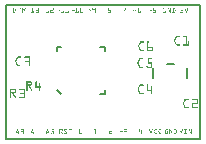
<source format=gto>
G04 MADE WITH FRITZING*
G04 WWW.FRITZING.ORG*
G04 DOUBLE SIDED*
G04 HOLES PLATED*
G04 CONTOUR ON CENTER OF CONTOUR VECTOR*
%ASAXBY*%
%FSLAX23Y23*%
%MOIN*%
%OFA0B0*%
%SFA1.0B1.0*%
%ADD10R,0.653543X0.456693X0.637543X0.440693*%
%ADD11C,0.008000*%
%ADD12R,0.001000X0.001000*%
%LNSILK1*%
G90*
G70*
G54D11*
X4Y453D02*
X650Y453D01*
X650Y4D01*
X4Y4D01*
X4Y453D01*
D02*
X332Y298D02*
X332Y312D01*
D02*
X318Y312D02*
X332Y312D01*
D02*
X332Y168D02*
X332Y155D01*
D02*
X332Y155D02*
X318Y155D01*
D02*
X188Y312D02*
X174Y312D01*
D02*
X174Y312D02*
X174Y298D01*
D02*
X174Y168D02*
X188Y155D01*
D02*
X607Y241D02*
X607Y207D01*
D02*
X495Y207D02*
X495Y241D01*
D02*
X541Y256D02*
X562Y256D01*
G54D12*
X26Y443D02*
X32Y443D01*
X42Y443D02*
X52Y443D01*
X58Y443D02*
X67Y443D01*
X87Y443D02*
X92Y443D01*
X103Y443D02*
X112Y443D01*
X136Y443D02*
X141Y443D01*
X152Y443D02*
X161Y443D01*
X186Y443D02*
X191Y443D01*
X202Y443D02*
X207Y443D01*
X236Y443D02*
X240Y443D01*
X253Y443D02*
X259Y443D01*
X293Y443D02*
X302Y443D01*
X347Y443D02*
X350Y443D01*
X393Y443D02*
X403Y443D01*
X444Y443D02*
X445Y443D01*
X495Y443D02*
X502Y443D01*
X532Y443D02*
X536Y443D01*
X543Y443D02*
X545Y443D01*
X552Y443D02*
X552Y443D01*
X559Y443D02*
X564Y443D01*
X586Y443D02*
X594Y443D01*
X600Y443D02*
X601Y443D01*
X609Y443D02*
X610Y443D01*
X27Y442D02*
X33Y442D01*
X42Y442D02*
X52Y442D01*
X58Y442D02*
X68Y442D01*
X86Y442D02*
X92Y442D01*
X103Y442D02*
X112Y442D01*
X136Y442D02*
X141Y442D01*
X152Y442D02*
X162Y442D01*
X186Y442D02*
X191Y442D01*
X202Y442D02*
X207Y442D01*
X235Y442D02*
X241Y442D01*
X252Y442D02*
X261Y442D01*
X292Y442D02*
X302Y442D01*
X346Y442D02*
X351Y442D01*
X393Y442D02*
X403Y442D01*
X443Y442D02*
X446Y442D01*
X495Y442D02*
X503Y442D01*
X530Y442D02*
X536Y442D01*
X543Y442D02*
X545Y442D01*
X551Y442D02*
X553Y442D01*
X559Y442D02*
X566Y442D01*
X586Y442D02*
X594Y442D01*
X600Y442D02*
X601Y442D01*
X609Y442D02*
X610Y442D01*
X28Y441D02*
X30Y441D01*
X32Y441D02*
X34Y441D01*
X42Y441D02*
X44Y441D01*
X47Y441D02*
X48Y441D01*
X51Y441D02*
X52Y441D01*
X58Y441D02*
X60Y441D01*
X67Y441D02*
X69Y441D01*
X90Y441D02*
X92Y441D01*
X111Y441D02*
X113Y441D01*
X140Y441D02*
X141Y441D01*
X160Y441D02*
X162Y441D01*
X190Y441D02*
X191Y441D01*
X206Y441D02*
X207Y441D01*
X236Y441D02*
X241Y441D01*
X251Y441D02*
X261Y441D01*
X292Y441D02*
X294Y441D01*
X301Y441D02*
X302Y441D01*
X345Y441D02*
X351Y441D01*
X393Y441D02*
X394Y441D01*
X401Y441D02*
X403Y441D01*
X443Y441D02*
X445Y441D01*
X495Y441D02*
X496Y441D01*
X530Y441D02*
X532Y441D01*
X543Y441D02*
X546Y441D01*
X551Y441D02*
X553Y441D01*
X561Y441D02*
X566Y441D01*
X586Y441D02*
X587Y441D01*
X600Y441D02*
X601Y441D01*
X609Y441D02*
X610Y441D01*
X28Y440D02*
X30Y440D01*
X33Y440D02*
X34Y440D01*
X43Y440D02*
X43Y440D01*
X47Y440D02*
X48Y440D01*
X52Y440D02*
X52Y440D01*
X58Y440D02*
X60Y440D01*
X67Y440D02*
X69Y440D01*
X91Y440D02*
X92Y440D01*
X111Y440D02*
X113Y440D01*
X140Y440D02*
X141Y440D01*
X161Y440D02*
X162Y440D01*
X190Y440D02*
X191Y440D01*
X206Y440D02*
X207Y440D01*
X239Y440D02*
X241Y440D01*
X251Y440D02*
X252Y440D01*
X260Y440D02*
X261Y440D01*
X292Y440D02*
X293Y440D01*
X301Y440D02*
X302Y440D01*
X345Y440D02*
X347Y440D01*
X350Y440D02*
X351Y440D01*
X402Y440D02*
X403Y440D01*
X443Y440D02*
X445Y440D01*
X495Y440D02*
X496Y440D01*
X529Y440D02*
X531Y440D01*
X543Y440D02*
X546Y440D01*
X551Y440D02*
X553Y440D01*
X561Y440D02*
X562Y440D01*
X565Y440D02*
X567Y440D01*
X586Y440D02*
X587Y440D01*
X600Y440D02*
X601Y440D01*
X609Y440D02*
X610Y440D01*
X28Y439D02*
X30Y439D01*
X33Y439D02*
X35Y439D01*
X47Y439D02*
X48Y439D01*
X58Y439D02*
X60Y439D01*
X67Y439D02*
X69Y439D01*
X91Y439D02*
X92Y439D01*
X111Y439D02*
X113Y439D01*
X140Y439D02*
X141Y439D01*
X161Y439D02*
X162Y439D01*
X190Y439D02*
X191Y439D01*
X206Y439D02*
X207Y439D01*
X239Y439D02*
X241Y439D01*
X251Y439D02*
X252Y439D01*
X260Y439D02*
X261Y439D01*
X292Y439D02*
X293Y439D01*
X301Y439D02*
X302Y439D01*
X345Y439D02*
X347Y439D01*
X350Y439D02*
X351Y439D01*
X402Y439D02*
X403Y439D01*
X443Y439D02*
X445Y439D01*
X495Y439D02*
X496Y439D01*
X528Y439D02*
X530Y439D01*
X543Y439D02*
X546Y439D01*
X551Y439D02*
X553Y439D01*
X561Y439D02*
X562Y439D01*
X566Y439D02*
X567Y439D01*
X586Y439D02*
X587Y439D01*
X600Y439D02*
X601Y439D01*
X609Y439D02*
X610Y439D01*
X28Y438D02*
X30Y438D01*
X34Y438D02*
X35Y438D01*
X47Y438D02*
X48Y438D01*
X58Y438D02*
X68Y438D01*
X91Y438D02*
X92Y438D01*
X111Y438D02*
X113Y438D01*
X140Y438D02*
X141Y438D01*
X161Y438D02*
X162Y438D01*
X190Y438D02*
X191Y438D01*
X206Y438D02*
X207Y438D01*
X239Y438D02*
X241Y438D01*
X251Y438D02*
X252Y438D01*
X260Y438D02*
X261Y438D01*
X292Y438D02*
X293Y438D01*
X301Y438D02*
X302Y438D01*
X345Y438D02*
X347Y438D01*
X350Y438D02*
X351Y438D01*
X402Y438D02*
X403Y438D01*
X443Y438D02*
X445Y438D01*
X495Y438D02*
X496Y438D01*
X527Y438D02*
X529Y438D01*
X543Y438D02*
X547Y438D01*
X551Y438D02*
X553Y438D01*
X561Y438D02*
X562Y438D01*
X566Y438D02*
X568Y438D01*
X586Y438D02*
X587Y438D01*
X600Y438D02*
X602Y438D01*
X609Y438D02*
X610Y438D01*
X28Y437D02*
X30Y437D01*
X34Y437D02*
X36Y437D01*
X47Y437D02*
X48Y437D01*
X58Y437D02*
X68Y437D01*
X91Y437D02*
X92Y437D01*
X111Y437D02*
X113Y437D01*
X140Y437D02*
X141Y437D01*
X161Y437D02*
X162Y437D01*
X176Y437D02*
X178Y437D01*
X190Y437D02*
X191Y437D01*
X206Y437D02*
X207Y437D01*
X239Y437D02*
X241Y437D01*
X251Y437D02*
X252Y437D01*
X260Y437D02*
X261Y437D01*
X280Y437D02*
X282Y437D01*
X292Y437D02*
X302Y437D01*
X345Y437D02*
X347Y437D01*
X350Y437D02*
X351Y437D01*
X401Y437D02*
X403Y437D01*
X443Y437D02*
X445Y437D01*
X495Y437D02*
X496Y437D01*
X527Y437D02*
X528Y437D01*
X543Y437D02*
X544Y437D01*
X546Y437D02*
X547Y437D01*
X551Y437D02*
X553Y437D01*
X561Y437D02*
X562Y437D01*
X567Y437D02*
X568Y437D01*
X586Y437D02*
X587Y437D01*
X601Y437D02*
X602Y437D01*
X608Y437D02*
X610Y437D01*
X28Y436D02*
X30Y436D01*
X35Y436D02*
X36Y436D01*
X47Y436D02*
X48Y436D01*
X58Y436D02*
X66Y436D01*
X91Y436D02*
X92Y436D01*
X111Y436D02*
X113Y436D01*
X140Y436D02*
X141Y436D01*
X161Y436D02*
X162Y436D01*
X174Y436D02*
X181Y436D01*
X183Y436D02*
X184Y436D01*
X190Y436D02*
X191Y436D01*
X206Y436D02*
X207Y436D01*
X226Y436D02*
X229Y436D01*
X239Y436D02*
X241Y436D01*
X251Y436D02*
X252Y436D01*
X260Y436D02*
X261Y436D01*
X278Y436D02*
X285Y436D01*
X287Y436D02*
X288Y436D01*
X292Y436D02*
X302Y436D01*
X345Y436D02*
X347Y436D01*
X350Y436D02*
X351Y436D01*
X400Y436D02*
X402Y436D01*
X429Y436D02*
X434Y436D01*
X439Y436D02*
X439Y436D01*
X443Y436D02*
X445Y436D01*
X480Y436D02*
X485Y436D01*
X489Y436D02*
X490Y436D01*
X495Y436D02*
X496Y436D01*
X527Y436D02*
X528Y436D01*
X543Y436D02*
X544Y436D01*
X546Y436D02*
X548Y436D01*
X551Y436D02*
X553Y436D01*
X561Y436D02*
X562Y436D01*
X567Y436D02*
X569Y436D01*
X586Y436D02*
X592Y436D01*
X601Y436D02*
X603Y436D01*
X608Y436D02*
X609Y436D01*
X28Y435D02*
X30Y435D01*
X35Y435D02*
X36Y435D01*
X47Y435D02*
X48Y435D01*
X58Y435D02*
X60Y435D01*
X63Y435D02*
X64Y435D01*
X91Y435D02*
X92Y435D01*
X105Y435D02*
X112Y435D01*
X140Y435D02*
X141Y435D01*
X153Y435D02*
X162Y435D01*
X174Y435D02*
X175Y435D01*
X178Y435D02*
X184Y435D01*
X190Y435D02*
X191Y435D01*
X206Y435D02*
X207Y435D01*
X225Y435D02*
X235Y435D01*
X239Y435D02*
X241Y435D01*
X251Y435D02*
X252Y435D01*
X260Y435D02*
X261Y435D01*
X278Y435D02*
X279Y435D01*
X282Y435D02*
X288Y435D01*
X301Y435D02*
X302Y435D01*
X344Y435D02*
X352Y435D01*
X399Y435D02*
X401Y435D01*
X429Y435D02*
X439Y435D01*
X443Y435D02*
X445Y435D01*
X480Y435D02*
X490Y435D01*
X495Y435D02*
X502Y435D01*
X526Y435D02*
X528Y435D01*
X543Y435D02*
X544Y435D01*
X547Y435D02*
X548Y435D01*
X551Y435D02*
X553Y435D01*
X561Y435D02*
X562Y435D01*
X568Y435D02*
X569Y435D01*
X586Y435D02*
X594Y435D01*
X602Y435D02*
X603Y435D01*
X607Y435D02*
X609Y435D01*
X28Y434D02*
X30Y434D01*
X35Y434D02*
X36Y434D01*
X47Y434D02*
X48Y434D01*
X58Y434D02*
X60Y434D01*
X63Y434D02*
X65Y434D01*
X91Y434D02*
X92Y434D01*
X105Y434D02*
X112Y434D01*
X140Y434D02*
X141Y434D01*
X152Y434D02*
X161Y434D01*
X181Y434D02*
X183Y434D01*
X190Y434D02*
X191Y434D01*
X206Y434D02*
X207Y434D01*
X224Y434D02*
X225Y434D01*
X229Y434D02*
X234Y434D01*
X239Y434D02*
X241Y434D01*
X251Y434D02*
X252Y434D01*
X260Y434D02*
X261Y434D01*
X285Y434D02*
X286Y434D01*
X301Y434D02*
X302Y434D01*
X343Y434D02*
X353Y434D01*
X398Y434D02*
X400Y434D01*
X429Y434D02*
X429Y434D01*
X435Y434D02*
X438Y434D01*
X443Y434D02*
X445Y434D01*
X485Y434D02*
X489Y434D01*
X495Y434D02*
X503Y434D01*
X526Y434D02*
X528Y434D01*
X543Y434D02*
X544Y434D01*
X547Y434D02*
X549Y434D01*
X551Y434D02*
X553Y434D01*
X561Y434D02*
X562Y434D01*
X567Y434D02*
X569Y434D01*
X586Y434D02*
X594Y434D01*
X602Y434D02*
X603Y434D01*
X607Y434D02*
X609Y434D01*
X28Y433D02*
X30Y433D01*
X34Y433D02*
X36Y433D01*
X47Y433D02*
X48Y433D01*
X58Y433D02*
X60Y433D01*
X64Y433D02*
X66Y433D01*
X91Y433D02*
X92Y433D01*
X95Y433D02*
X96Y433D01*
X111Y433D02*
X113Y433D01*
X140Y433D02*
X141Y433D01*
X145Y433D02*
X146Y433D01*
X152Y433D02*
X153Y433D01*
X190Y433D02*
X191Y433D01*
X194Y433D02*
X196Y433D01*
X206Y433D02*
X207Y433D01*
X211Y433D02*
X212Y433D01*
X232Y433D02*
X232Y433D01*
X239Y433D02*
X241Y433D01*
X244Y433D02*
X245Y433D01*
X251Y433D02*
X252Y433D01*
X260Y433D02*
X261Y433D01*
X301Y433D02*
X302Y433D01*
X343Y433D02*
X345Y433D01*
X352Y433D02*
X353Y433D01*
X397Y433D02*
X399Y433D01*
X443Y433D02*
X453Y433D01*
X501Y433D02*
X503Y433D01*
X526Y433D02*
X528Y433D01*
X532Y433D02*
X537Y433D01*
X543Y433D02*
X544Y433D01*
X548Y433D02*
X549Y433D01*
X551Y433D02*
X553Y433D01*
X561Y433D02*
X562Y433D01*
X567Y433D02*
X569Y433D01*
X593Y433D02*
X594Y433D01*
X602Y433D02*
X604Y433D01*
X607Y433D02*
X608Y433D01*
X28Y432D02*
X30Y432D01*
X34Y432D02*
X35Y432D01*
X47Y432D02*
X48Y432D01*
X58Y432D02*
X60Y432D01*
X65Y432D02*
X66Y432D01*
X91Y432D02*
X92Y432D01*
X95Y432D02*
X97Y432D01*
X111Y432D02*
X113Y432D01*
X140Y432D02*
X141Y432D01*
X145Y432D02*
X146Y432D01*
X152Y432D02*
X153Y432D01*
X190Y432D02*
X191Y432D01*
X194Y432D02*
X196Y432D01*
X206Y432D02*
X207Y432D01*
X211Y432D02*
X212Y432D01*
X239Y432D02*
X241Y432D01*
X244Y432D02*
X245Y432D01*
X251Y432D02*
X252Y432D01*
X260Y432D02*
X261Y432D01*
X301Y432D02*
X302Y432D01*
X343Y432D02*
X344Y432D01*
X352Y432D02*
X353Y432D01*
X397Y432D02*
X398Y432D01*
X443Y432D02*
X454Y432D01*
X501Y432D02*
X503Y432D01*
X526Y432D02*
X528Y432D01*
X532Y432D02*
X537Y432D01*
X543Y432D02*
X544Y432D01*
X548Y432D02*
X553Y432D01*
X561Y432D02*
X562Y432D01*
X567Y432D02*
X568Y432D01*
X593Y432D02*
X594Y432D01*
X603Y432D02*
X604Y432D01*
X606Y432D02*
X608Y432D01*
X28Y431D02*
X30Y431D01*
X33Y431D02*
X35Y431D01*
X47Y431D02*
X48Y431D01*
X58Y431D02*
X60Y431D01*
X65Y431D02*
X67Y431D01*
X91Y431D02*
X92Y431D01*
X95Y431D02*
X97Y431D01*
X111Y431D02*
X113Y431D01*
X140Y431D02*
X141Y431D01*
X145Y431D02*
X146Y431D01*
X152Y431D02*
X153Y431D01*
X190Y431D02*
X191Y431D01*
X194Y431D02*
X196Y431D01*
X206Y431D02*
X207Y431D01*
X211Y431D02*
X212Y431D01*
X239Y431D02*
X241Y431D01*
X244Y431D02*
X245Y431D01*
X251Y431D02*
X252Y431D01*
X260Y431D02*
X261Y431D01*
X301Y431D02*
X302Y431D01*
X343Y431D02*
X344Y431D01*
X352Y431D02*
X353Y431D01*
X397Y431D02*
X398Y431D01*
X443Y431D02*
X445Y431D01*
X452Y431D02*
X454Y431D01*
X501Y431D02*
X503Y431D01*
X526Y431D02*
X528Y431D01*
X535Y431D02*
X537Y431D01*
X543Y431D02*
X544Y431D01*
X548Y431D02*
X553Y431D01*
X561Y431D02*
X562Y431D01*
X566Y431D02*
X568Y431D01*
X593Y431D02*
X594Y431D01*
X603Y431D02*
X607Y431D01*
X28Y430D02*
X30Y430D01*
X33Y430D02*
X34Y430D01*
X47Y430D02*
X48Y430D01*
X58Y430D02*
X60Y430D01*
X66Y430D02*
X67Y430D01*
X91Y430D02*
X92Y430D01*
X95Y430D02*
X97Y430D01*
X111Y430D02*
X113Y430D01*
X140Y430D02*
X141Y430D01*
X145Y430D02*
X146Y430D01*
X152Y430D02*
X153Y430D01*
X190Y430D02*
X191Y430D01*
X194Y430D02*
X196Y430D01*
X206Y430D02*
X207Y430D01*
X211Y430D02*
X212Y430D01*
X239Y430D02*
X241Y430D01*
X244Y430D02*
X245Y430D01*
X251Y430D02*
X252Y430D01*
X260Y430D02*
X261Y430D01*
X301Y430D02*
X302Y430D01*
X343Y430D02*
X344Y430D01*
X352Y430D02*
X353Y430D01*
X397Y430D02*
X398Y430D01*
X443Y430D02*
X445Y430D01*
X452Y430D02*
X454Y430D01*
X501Y430D02*
X503Y430D01*
X526Y430D02*
X528Y430D01*
X535Y430D02*
X537Y430D01*
X543Y430D02*
X544Y430D01*
X549Y430D02*
X553Y430D01*
X561Y430D02*
X562Y430D01*
X566Y430D02*
X567Y430D01*
X593Y430D02*
X594Y430D01*
X603Y430D02*
X607Y430D01*
X28Y429D02*
X30Y429D01*
X32Y429D02*
X34Y429D01*
X47Y429D02*
X48Y429D01*
X58Y429D02*
X60Y429D01*
X66Y429D02*
X68Y429D01*
X91Y429D02*
X92Y429D01*
X95Y429D02*
X97Y429D01*
X111Y429D02*
X113Y429D01*
X140Y429D02*
X141Y429D01*
X145Y429D02*
X146Y429D01*
X152Y429D02*
X153Y429D01*
X190Y429D02*
X191Y429D01*
X194Y429D02*
X196Y429D01*
X206Y429D02*
X207Y429D01*
X211Y429D02*
X212Y429D01*
X239Y429D02*
X241Y429D01*
X244Y429D02*
X245Y429D01*
X251Y429D02*
X252Y429D01*
X260Y429D02*
X261Y429D01*
X301Y429D02*
X302Y429D01*
X343Y429D02*
X344Y429D01*
X352Y429D02*
X353Y429D01*
X397Y429D02*
X398Y429D01*
X443Y429D02*
X445Y429D01*
X452Y429D02*
X454Y429D01*
X501Y429D02*
X503Y429D01*
X526Y429D02*
X528Y429D01*
X535Y429D02*
X537Y429D01*
X543Y429D02*
X544Y429D01*
X549Y429D02*
X553Y429D01*
X561Y429D02*
X562Y429D01*
X565Y429D02*
X567Y429D01*
X584Y429D02*
X585Y429D01*
X593Y429D02*
X594Y429D01*
X604Y429D02*
X607Y429D01*
X26Y428D02*
X33Y428D01*
X47Y428D02*
X48Y428D01*
X58Y428D02*
X60Y428D01*
X67Y428D02*
X68Y428D01*
X87Y428D02*
X97Y428D01*
X103Y428D02*
X113Y428D01*
X137Y428D02*
X146Y428D01*
X152Y428D02*
X161Y428D01*
X186Y428D02*
X196Y428D01*
X202Y428D02*
X212Y428D01*
X239Y428D02*
X241Y428D01*
X244Y428D02*
X245Y428D01*
X251Y428D02*
X253Y428D01*
X260Y428D02*
X261Y428D01*
X301Y428D02*
X302Y428D01*
X343Y428D02*
X345Y428D01*
X352Y428D02*
X353Y428D01*
X397Y428D02*
X398Y428D01*
X443Y428D02*
X454Y428D01*
X493Y428D02*
X503Y428D01*
X527Y428D02*
X536Y428D01*
X543Y428D02*
X544Y428D01*
X550Y428D02*
X553Y428D01*
X560Y428D02*
X566Y428D01*
X584Y428D02*
X594Y428D01*
X604Y428D02*
X606Y428D01*
X26Y427D02*
X32Y427D01*
X47Y427D02*
X48Y427D01*
X59Y427D02*
X59Y427D01*
X67Y427D02*
X68Y427D01*
X86Y427D02*
X96Y427D01*
X103Y427D02*
X112Y427D01*
X136Y427D02*
X146Y427D01*
X152Y427D02*
X162Y427D01*
X186Y427D02*
X196Y427D01*
X202Y427D02*
X212Y427D01*
X235Y427D02*
X245Y427D01*
X251Y427D02*
X261Y427D01*
X300Y427D02*
X302Y427D01*
X343Y427D02*
X353Y427D01*
X397Y427D02*
X398Y427D01*
X443Y427D02*
X453Y427D01*
X493Y427D02*
X502Y427D01*
X527Y427D02*
X536Y427D01*
X543Y427D02*
X544Y427D01*
X550Y427D02*
X553Y427D01*
X559Y427D02*
X566Y427D01*
X585Y427D02*
X593Y427D01*
X605Y427D02*
X606Y427D01*
X87Y426D02*
X96Y426D01*
X103Y426D02*
X111Y426D01*
X136Y426D02*
X145Y426D01*
X152Y426D02*
X161Y426D01*
X187Y426D02*
X194Y426D01*
X203Y426D02*
X211Y426D01*
X235Y426D02*
X245Y426D01*
X252Y426D02*
X260Y426D01*
X301Y426D02*
X301Y426D01*
X344Y426D02*
X352Y426D01*
X444Y426D02*
X453Y426D01*
X495Y426D02*
X501Y426D01*
X529Y426D02*
X534Y426D01*
X543Y426D02*
X543Y426D01*
X551Y426D02*
X553Y426D01*
X559Y426D02*
X564Y426D01*
X574Y349D02*
X583Y349D01*
X596Y349D02*
X606Y349D01*
X572Y348D02*
X584Y348D01*
X595Y348D02*
X606Y348D01*
X571Y347D02*
X584Y347D01*
X594Y347D02*
X606Y347D01*
X570Y346D02*
X584Y346D01*
X595Y346D02*
X606Y346D01*
X569Y345D02*
X582Y345D01*
X596Y345D02*
X606Y345D01*
X569Y344D02*
X573Y344D01*
X603Y344D02*
X606Y344D01*
X568Y343D02*
X572Y343D01*
X603Y343D02*
X606Y343D01*
X568Y342D02*
X572Y342D01*
X603Y342D02*
X606Y342D01*
X567Y341D02*
X571Y341D01*
X603Y341D02*
X606Y341D01*
X567Y340D02*
X571Y340D01*
X603Y340D02*
X606Y340D01*
X566Y339D02*
X570Y339D01*
X603Y339D02*
X606Y339D01*
X566Y338D02*
X570Y338D01*
X603Y338D02*
X606Y338D01*
X565Y337D02*
X569Y337D01*
X603Y337D02*
X606Y337D01*
X565Y336D02*
X568Y336D01*
X603Y336D02*
X606Y336D01*
X565Y335D02*
X568Y335D01*
X603Y335D02*
X606Y335D01*
X565Y334D02*
X568Y334D01*
X603Y334D02*
X606Y334D01*
X564Y333D02*
X568Y333D01*
X603Y333D02*
X606Y333D01*
X564Y332D02*
X568Y332D01*
X603Y332D02*
X606Y332D01*
X565Y331D02*
X568Y331D01*
X603Y331D02*
X606Y331D01*
X612Y331D02*
X613Y331D01*
X452Y330D02*
X464Y330D01*
X475Y330D02*
X479Y330D01*
X565Y330D02*
X568Y330D01*
X603Y330D02*
X606Y330D01*
X611Y330D02*
X614Y330D01*
X451Y329D02*
X464Y329D01*
X475Y329D02*
X480Y329D01*
X565Y329D02*
X569Y329D01*
X603Y329D02*
X606Y329D01*
X611Y329D02*
X614Y329D01*
X450Y328D02*
X464Y328D01*
X475Y328D02*
X480Y328D01*
X566Y328D02*
X569Y328D01*
X603Y328D02*
X606Y328D01*
X611Y328D02*
X614Y328D01*
X450Y327D02*
X463Y327D01*
X475Y327D02*
X479Y327D01*
X566Y327D02*
X570Y327D01*
X603Y327D02*
X606Y327D01*
X611Y327D02*
X614Y327D01*
X449Y326D02*
X453Y326D01*
X475Y326D02*
X478Y326D01*
X567Y326D02*
X570Y326D01*
X603Y326D02*
X606Y326D01*
X611Y326D02*
X614Y326D01*
X449Y325D02*
X452Y325D01*
X475Y325D02*
X478Y325D01*
X567Y325D02*
X571Y325D01*
X603Y325D02*
X606Y325D01*
X611Y325D02*
X614Y325D01*
X448Y324D02*
X452Y324D01*
X475Y324D02*
X478Y324D01*
X568Y324D02*
X571Y324D01*
X603Y324D02*
X606Y324D01*
X611Y324D02*
X614Y324D01*
X448Y323D02*
X451Y323D01*
X475Y323D02*
X478Y323D01*
X568Y323D02*
X572Y323D01*
X603Y323D02*
X606Y323D01*
X611Y323D02*
X614Y323D01*
X447Y322D02*
X451Y322D01*
X475Y322D02*
X478Y322D01*
X569Y322D02*
X572Y322D01*
X603Y322D02*
X606Y322D01*
X611Y322D02*
X614Y322D01*
X447Y321D02*
X450Y321D01*
X475Y321D02*
X478Y321D01*
X569Y321D02*
X574Y321D01*
X602Y321D02*
X606Y321D01*
X611Y321D02*
X614Y321D01*
X446Y320D02*
X450Y320D01*
X475Y320D02*
X478Y320D01*
X570Y320D02*
X584Y320D01*
X595Y320D02*
X614Y320D01*
X446Y319D02*
X449Y319D01*
X475Y319D02*
X478Y319D01*
X570Y319D02*
X584Y319D01*
X594Y319D02*
X614Y319D01*
X445Y318D02*
X449Y318D01*
X475Y318D02*
X478Y318D01*
X571Y318D02*
X584Y318D01*
X595Y318D02*
X614Y318D01*
X445Y317D02*
X448Y317D01*
X475Y317D02*
X478Y317D01*
X573Y317D02*
X583Y317D01*
X595Y317D02*
X613Y317D01*
X445Y316D02*
X448Y316D01*
X475Y316D02*
X478Y316D01*
X445Y315D02*
X448Y315D01*
X475Y315D02*
X478Y315D01*
X445Y314D02*
X448Y314D01*
X475Y314D02*
X478Y314D01*
X445Y313D02*
X448Y313D01*
X475Y313D02*
X493Y313D01*
X445Y312D02*
X448Y312D01*
X475Y312D02*
X494Y312D01*
X445Y311D02*
X449Y311D01*
X475Y311D02*
X494Y311D01*
X446Y310D02*
X449Y310D01*
X475Y310D02*
X494Y310D01*
X446Y309D02*
X450Y309D01*
X475Y309D02*
X494Y309D01*
X447Y308D02*
X450Y308D01*
X475Y308D02*
X478Y308D01*
X491Y308D02*
X494Y308D01*
X447Y307D02*
X451Y307D01*
X475Y307D02*
X478Y307D01*
X491Y307D02*
X494Y307D01*
X448Y306D02*
X451Y306D01*
X475Y306D02*
X478Y306D01*
X491Y306D02*
X494Y306D01*
X448Y305D02*
X452Y305D01*
X475Y305D02*
X478Y305D01*
X491Y305D02*
X494Y305D01*
X449Y304D02*
X452Y304D01*
X475Y304D02*
X478Y304D01*
X491Y304D02*
X494Y304D01*
X449Y303D02*
X453Y303D01*
X475Y303D02*
X478Y303D01*
X491Y303D02*
X494Y303D01*
X450Y302D02*
X464Y302D01*
X475Y302D02*
X494Y302D01*
X450Y301D02*
X464Y301D01*
X475Y301D02*
X494Y301D01*
X451Y300D02*
X464Y300D01*
X475Y300D02*
X494Y300D01*
X453Y299D02*
X464Y299D01*
X475Y299D02*
X494Y299D01*
X43Y280D02*
X53Y280D01*
X66Y280D02*
X82Y280D01*
X42Y279D02*
X54Y279D01*
X65Y279D02*
X83Y279D01*
X41Y278D02*
X54Y278D01*
X65Y278D02*
X84Y278D01*
X40Y277D02*
X54Y277D01*
X65Y277D02*
X84Y277D01*
X39Y276D02*
X44Y276D01*
X81Y276D02*
X84Y276D01*
X39Y275D02*
X43Y275D01*
X81Y275D02*
X84Y275D01*
X38Y274D02*
X42Y274D01*
X81Y274D02*
X84Y274D01*
X449Y274D02*
X461Y274D01*
X476Y274D02*
X491Y274D01*
X38Y273D02*
X42Y273D01*
X81Y273D02*
X84Y273D01*
X448Y273D02*
X461Y273D01*
X476Y273D02*
X491Y273D01*
X37Y272D02*
X41Y272D01*
X81Y272D02*
X84Y272D01*
X447Y272D02*
X461Y272D01*
X476Y272D02*
X491Y272D01*
X37Y271D02*
X41Y271D01*
X81Y271D02*
X84Y271D01*
X447Y271D02*
X460Y271D01*
X476Y271D02*
X490Y271D01*
X36Y270D02*
X40Y270D01*
X81Y270D02*
X84Y270D01*
X446Y270D02*
X450Y270D01*
X476Y270D02*
X479Y270D01*
X36Y269D02*
X40Y269D01*
X81Y269D02*
X84Y269D01*
X446Y269D02*
X450Y269D01*
X476Y269D02*
X479Y269D01*
X36Y268D02*
X39Y268D01*
X81Y268D02*
X84Y268D01*
X445Y268D02*
X449Y268D01*
X476Y268D02*
X479Y268D01*
X35Y267D02*
X39Y267D01*
X81Y267D02*
X84Y267D01*
X445Y267D02*
X449Y267D01*
X476Y267D02*
X479Y267D01*
X35Y266D02*
X38Y266D01*
X70Y266D02*
X84Y266D01*
X444Y266D02*
X448Y266D01*
X476Y266D02*
X479Y266D01*
X35Y265D02*
X38Y265D01*
X69Y265D02*
X83Y265D01*
X444Y265D02*
X447Y265D01*
X476Y265D02*
X479Y265D01*
X35Y264D02*
X38Y264D01*
X69Y264D02*
X83Y264D01*
X443Y264D02*
X447Y264D01*
X476Y264D02*
X479Y264D01*
X35Y263D02*
X38Y263D01*
X69Y263D02*
X83Y263D01*
X443Y263D02*
X446Y263D01*
X476Y263D02*
X479Y263D01*
X35Y262D02*
X38Y262D01*
X79Y262D02*
X84Y262D01*
X442Y262D02*
X446Y262D01*
X476Y262D02*
X479Y262D01*
X35Y261D02*
X39Y261D01*
X81Y261D02*
X84Y261D01*
X442Y261D02*
X445Y261D01*
X476Y261D02*
X479Y261D01*
X36Y260D02*
X39Y260D01*
X81Y260D02*
X84Y260D01*
X442Y260D02*
X445Y260D01*
X476Y260D02*
X490Y260D01*
X36Y259D02*
X40Y259D01*
X81Y259D02*
X84Y259D01*
X442Y259D02*
X445Y259D01*
X476Y259D02*
X491Y259D01*
X37Y258D02*
X40Y258D01*
X81Y258D02*
X84Y258D01*
X442Y258D02*
X445Y258D01*
X476Y258D02*
X491Y258D01*
X37Y257D02*
X41Y257D01*
X81Y257D02*
X84Y257D01*
X442Y257D02*
X445Y257D01*
X476Y257D02*
X491Y257D01*
X38Y256D02*
X41Y256D01*
X81Y256D02*
X84Y256D01*
X442Y256D02*
X446Y256D01*
X488Y256D02*
X491Y256D01*
X38Y255D02*
X42Y255D01*
X81Y255D02*
X84Y255D01*
X443Y255D02*
X446Y255D01*
X488Y255D02*
X491Y255D01*
X39Y254D02*
X42Y254D01*
X81Y254D02*
X84Y254D01*
X443Y254D02*
X447Y254D01*
X488Y254D02*
X491Y254D01*
X39Y253D02*
X43Y253D01*
X81Y253D02*
X84Y253D01*
X443Y253D02*
X447Y253D01*
X488Y253D02*
X491Y253D01*
X40Y252D02*
X53Y252D01*
X66Y252D02*
X84Y252D01*
X444Y252D02*
X448Y252D01*
X488Y252D02*
X491Y252D01*
X40Y251D02*
X52Y251D01*
X82Y251D02*
X84Y251D01*
X444Y251D02*
X448Y251D01*
X488Y251D02*
X491Y251D01*
X41Y250D02*
X51Y250D01*
X82Y250D02*
X84Y250D01*
X445Y250D02*
X449Y250D01*
X488Y250D02*
X491Y250D01*
X42Y249D02*
X51Y249D01*
X82Y249D02*
X83Y249D01*
X445Y249D02*
X449Y249D01*
X488Y249D02*
X491Y249D01*
X45Y248D02*
X51Y248D01*
X446Y248D02*
X450Y248D01*
X473Y248D02*
X474Y248D01*
X488Y248D02*
X491Y248D01*
X446Y247D02*
X451Y247D01*
X472Y247D02*
X477Y247D01*
X488Y247D02*
X491Y247D01*
X447Y246D02*
X461Y246D01*
X472Y246D02*
X491Y246D01*
X448Y245D02*
X461Y245D01*
X472Y245D02*
X491Y245D01*
X449Y244D02*
X461Y244D01*
X474Y244D02*
X490Y244D01*
X450Y243D02*
X461Y243D01*
X476Y243D02*
X489Y243D01*
X82Y198D02*
X85Y198D01*
X71Y197D02*
X88Y197D01*
X103Y197D02*
X105Y197D01*
X71Y196D02*
X89Y196D01*
X102Y196D02*
X106Y196D01*
X71Y195D02*
X90Y195D01*
X102Y195D02*
X106Y195D01*
X71Y194D02*
X91Y194D01*
X102Y194D02*
X106Y194D01*
X116Y194D02*
X117Y194D01*
X71Y193D02*
X75Y193D01*
X87Y193D02*
X91Y193D01*
X102Y193D02*
X106Y193D01*
X115Y193D02*
X118Y193D01*
X71Y192D02*
X75Y192D01*
X88Y192D02*
X91Y192D01*
X102Y192D02*
X106Y192D01*
X115Y192D02*
X118Y192D01*
X71Y191D02*
X75Y191D01*
X88Y191D02*
X91Y191D01*
X102Y191D02*
X106Y191D01*
X115Y191D02*
X118Y191D01*
X71Y190D02*
X75Y190D01*
X88Y190D02*
X91Y190D01*
X102Y190D02*
X106Y190D01*
X115Y190D02*
X118Y190D01*
X71Y189D02*
X75Y189D01*
X88Y189D02*
X91Y189D01*
X102Y189D02*
X106Y189D01*
X115Y189D02*
X118Y189D01*
X71Y188D02*
X75Y188D01*
X87Y188D02*
X91Y188D01*
X102Y188D02*
X106Y188D01*
X115Y188D02*
X118Y188D01*
X71Y187D02*
X91Y187D01*
X102Y187D02*
X106Y187D01*
X115Y187D02*
X118Y187D01*
X452Y187D02*
X461Y187D01*
X475Y187D02*
X475Y187D01*
X71Y186D02*
X90Y186D01*
X102Y186D02*
X106Y186D01*
X115Y186D02*
X118Y186D01*
X450Y186D02*
X462Y186D01*
X474Y186D02*
X476Y186D01*
X71Y185D02*
X89Y185D01*
X102Y185D02*
X106Y185D01*
X115Y185D02*
X118Y185D01*
X449Y185D02*
X462Y185D01*
X473Y185D02*
X477Y185D01*
X71Y184D02*
X88Y184D01*
X102Y184D02*
X106Y184D01*
X115Y184D02*
X118Y184D01*
X448Y184D02*
X462Y184D01*
X473Y184D02*
X477Y184D01*
X71Y183D02*
X75Y183D01*
X79Y183D02*
X83Y183D01*
X102Y183D02*
X106Y183D01*
X115Y183D02*
X118Y183D01*
X447Y183D02*
X460Y183D01*
X473Y183D02*
X477Y183D01*
X487Y183D02*
X488Y183D01*
X71Y182D02*
X75Y182D01*
X79Y182D02*
X83Y182D01*
X102Y182D02*
X106Y182D01*
X115Y182D02*
X118Y182D01*
X447Y182D02*
X451Y182D01*
X473Y182D02*
X477Y182D01*
X486Y182D02*
X489Y182D01*
X71Y181D02*
X75Y181D01*
X80Y181D02*
X84Y181D01*
X102Y181D02*
X106Y181D01*
X115Y181D02*
X118Y181D01*
X446Y181D02*
X450Y181D01*
X473Y181D02*
X477Y181D01*
X486Y181D02*
X489Y181D01*
X71Y180D02*
X75Y180D01*
X80Y180D02*
X84Y180D01*
X102Y180D02*
X119Y180D01*
X446Y180D02*
X450Y180D01*
X473Y180D02*
X477Y180D01*
X486Y180D02*
X489Y180D01*
X71Y179D02*
X75Y179D01*
X81Y179D02*
X85Y179D01*
X102Y179D02*
X120Y179D01*
X445Y179D02*
X449Y179D01*
X473Y179D02*
X477Y179D01*
X486Y179D02*
X489Y179D01*
X71Y178D02*
X75Y178D01*
X82Y178D02*
X85Y178D01*
X102Y178D02*
X120Y178D01*
X445Y178D02*
X449Y178D01*
X473Y178D02*
X477Y178D01*
X486Y178D02*
X489Y178D01*
X71Y177D02*
X75Y177D01*
X82Y177D02*
X86Y177D01*
X102Y177D02*
X120Y177D01*
X444Y177D02*
X448Y177D01*
X473Y177D02*
X477Y177D01*
X486Y177D02*
X489Y177D01*
X71Y176D02*
X75Y176D01*
X83Y176D02*
X87Y176D01*
X115Y176D02*
X118Y176D01*
X444Y176D02*
X448Y176D01*
X473Y176D02*
X477Y176D01*
X486Y176D02*
X489Y176D01*
X71Y175D02*
X75Y175D01*
X83Y175D02*
X87Y175D01*
X115Y175D02*
X118Y175D01*
X443Y175D02*
X447Y175D01*
X473Y175D02*
X477Y175D01*
X486Y175D02*
X489Y175D01*
X71Y174D02*
X75Y174D01*
X84Y174D02*
X88Y174D01*
X115Y174D02*
X118Y174D01*
X443Y174D02*
X447Y174D01*
X473Y174D02*
X477Y174D01*
X486Y174D02*
X489Y174D01*
X71Y173D02*
X75Y173D01*
X84Y173D02*
X88Y173D01*
X115Y173D02*
X118Y173D01*
X443Y173D02*
X446Y173D01*
X473Y173D02*
X477Y173D01*
X486Y173D02*
X489Y173D01*
X18Y172D02*
X34Y172D01*
X48Y172D02*
X65Y172D01*
X71Y172D02*
X75Y172D01*
X85Y172D02*
X89Y172D01*
X115Y172D02*
X118Y172D01*
X443Y172D02*
X446Y172D01*
X473Y172D02*
X477Y172D01*
X486Y172D02*
X489Y172D01*
X18Y171D02*
X35Y171D01*
X48Y171D02*
X66Y171D01*
X71Y171D02*
X75Y171D01*
X86Y171D02*
X90Y171D01*
X115Y171D02*
X118Y171D01*
X443Y171D02*
X446Y171D01*
X473Y171D02*
X477Y171D01*
X486Y171D02*
X489Y171D01*
X18Y170D02*
X36Y170D01*
X48Y170D02*
X67Y170D01*
X71Y170D02*
X75Y170D01*
X86Y170D02*
X90Y170D01*
X115Y170D02*
X118Y170D01*
X443Y170D02*
X446Y170D01*
X473Y170D02*
X477Y170D01*
X486Y170D02*
X489Y170D01*
X18Y169D02*
X37Y169D01*
X48Y169D02*
X67Y169D01*
X71Y169D02*
X75Y169D01*
X87Y169D02*
X91Y169D01*
X115Y169D02*
X118Y169D01*
X443Y169D02*
X446Y169D01*
X473Y169D02*
X490Y169D01*
X18Y168D02*
X21Y168D01*
X33Y168D02*
X37Y168D01*
X64Y168D02*
X67Y168D01*
X71Y168D02*
X75Y168D01*
X87Y168D02*
X91Y168D01*
X115Y168D02*
X118Y168D01*
X443Y168D02*
X446Y168D01*
X473Y168D02*
X491Y168D01*
X18Y167D02*
X21Y167D01*
X34Y167D02*
X37Y167D01*
X64Y167D02*
X67Y167D01*
X72Y167D02*
X75Y167D01*
X88Y167D02*
X91Y167D01*
X115Y167D02*
X118Y167D01*
X443Y167D02*
X447Y167D01*
X473Y167D02*
X491Y167D01*
X18Y166D02*
X21Y166D01*
X34Y166D02*
X37Y166D01*
X64Y166D02*
X67Y166D01*
X72Y166D02*
X74Y166D01*
X89Y166D02*
X90Y166D01*
X116Y166D02*
X117Y166D01*
X444Y166D02*
X448Y166D01*
X473Y166D02*
X491Y166D01*
X18Y165D02*
X21Y165D01*
X34Y165D02*
X37Y165D01*
X64Y165D02*
X67Y165D01*
X444Y165D02*
X448Y165D01*
X486Y165D02*
X489Y165D01*
X18Y164D02*
X21Y164D01*
X34Y164D02*
X37Y164D01*
X64Y164D02*
X67Y164D01*
X445Y164D02*
X449Y164D01*
X486Y164D02*
X489Y164D01*
X18Y163D02*
X21Y163D01*
X34Y163D02*
X37Y163D01*
X64Y163D02*
X67Y163D01*
X445Y163D02*
X449Y163D01*
X486Y163D02*
X489Y163D01*
X18Y162D02*
X37Y162D01*
X64Y162D02*
X67Y162D01*
X446Y162D02*
X450Y162D01*
X486Y162D02*
X489Y162D01*
X18Y161D02*
X36Y161D01*
X64Y161D02*
X67Y161D01*
X446Y161D02*
X450Y161D01*
X486Y161D02*
X489Y161D01*
X18Y160D02*
X35Y160D01*
X64Y160D02*
X67Y160D01*
X447Y160D02*
X451Y160D01*
X486Y160D02*
X489Y160D01*
X18Y159D02*
X34Y159D01*
X63Y159D02*
X67Y159D01*
X447Y159D02*
X452Y159D01*
X486Y159D02*
X489Y159D01*
X18Y158D02*
X31Y158D01*
X52Y158D02*
X67Y158D01*
X448Y158D02*
X462Y158D01*
X486Y158D02*
X489Y158D01*
X18Y157D02*
X21Y157D01*
X25Y157D02*
X29Y157D01*
X52Y157D02*
X66Y157D01*
X449Y157D02*
X462Y157D01*
X486Y157D02*
X489Y157D01*
X18Y156D02*
X21Y156D01*
X26Y156D02*
X30Y156D01*
X52Y156D02*
X66Y156D01*
X450Y156D02*
X462Y156D01*
X486Y156D02*
X489Y156D01*
X18Y155D02*
X21Y155D01*
X26Y155D02*
X30Y155D01*
X52Y155D02*
X67Y155D01*
X452Y155D02*
X461Y155D01*
X487Y155D02*
X488Y155D01*
X18Y154D02*
X21Y154D01*
X27Y154D02*
X31Y154D01*
X63Y154D02*
X67Y154D01*
X18Y153D02*
X21Y153D01*
X28Y153D02*
X31Y153D01*
X64Y153D02*
X67Y153D01*
X18Y152D02*
X21Y152D01*
X28Y152D02*
X32Y152D01*
X64Y152D02*
X67Y152D01*
X18Y151D02*
X21Y151D01*
X29Y151D02*
X33Y151D01*
X64Y151D02*
X67Y151D01*
X18Y150D02*
X21Y150D01*
X29Y150D02*
X33Y150D01*
X64Y150D02*
X67Y150D01*
X18Y149D02*
X21Y149D01*
X30Y149D02*
X34Y149D01*
X64Y149D02*
X67Y149D01*
X18Y148D02*
X21Y148D01*
X30Y148D02*
X34Y148D01*
X64Y148D02*
X67Y148D01*
X18Y147D02*
X21Y147D01*
X31Y147D02*
X35Y147D01*
X64Y147D02*
X67Y147D01*
X18Y146D02*
X21Y146D01*
X32Y146D02*
X36Y146D01*
X64Y146D02*
X67Y146D01*
X18Y145D02*
X21Y145D01*
X32Y145D02*
X36Y145D01*
X64Y145D02*
X67Y145D01*
X18Y144D02*
X21Y144D01*
X33Y144D02*
X37Y144D01*
X48Y144D02*
X67Y144D01*
X18Y143D02*
X21Y143D01*
X33Y143D02*
X37Y143D01*
X48Y143D02*
X67Y143D01*
X18Y142D02*
X21Y142D01*
X34Y142D02*
X37Y142D01*
X48Y142D02*
X66Y142D01*
X18Y141D02*
X20Y141D01*
X35Y141D02*
X37Y141D01*
X48Y141D02*
X65Y141D01*
X602Y139D02*
X613Y139D01*
X624Y139D02*
X641Y139D01*
X600Y138D02*
X613Y138D01*
X624Y138D02*
X642Y138D01*
X599Y137D02*
X613Y137D01*
X624Y137D02*
X643Y137D01*
X599Y136D02*
X613Y136D01*
X624Y136D02*
X643Y136D01*
X598Y135D02*
X602Y135D01*
X640Y135D02*
X643Y135D01*
X598Y134D02*
X602Y134D01*
X640Y134D02*
X643Y134D01*
X597Y133D02*
X601Y133D01*
X640Y133D02*
X643Y133D01*
X597Y132D02*
X601Y132D01*
X640Y132D02*
X643Y132D01*
X596Y131D02*
X600Y131D01*
X640Y131D02*
X643Y131D01*
X596Y130D02*
X599Y130D01*
X640Y130D02*
X643Y130D01*
X595Y129D02*
X599Y129D01*
X640Y129D02*
X643Y129D01*
X595Y128D02*
X598Y128D01*
X640Y128D02*
X643Y128D01*
X594Y127D02*
X598Y127D01*
X640Y127D02*
X643Y127D01*
X594Y126D02*
X597Y126D01*
X640Y126D02*
X643Y126D01*
X594Y125D02*
X597Y125D01*
X626Y125D02*
X643Y125D01*
X594Y124D02*
X597Y124D01*
X625Y124D02*
X643Y124D01*
X594Y123D02*
X597Y123D01*
X624Y123D02*
X642Y123D01*
X594Y122D02*
X597Y122D01*
X624Y122D02*
X641Y122D01*
X594Y121D02*
X597Y121D01*
X624Y121D02*
X627Y121D01*
X594Y120D02*
X598Y120D01*
X624Y120D02*
X627Y120D01*
X595Y119D02*
X598Y119D01*
X624Y119D02*
X627Y119D01*
X595Y118D02*
X599Y118D01*
X624Y118D02*
X627Y118D01*
X596Y117D02*
X599Y117D01*
X624Y117D02*
X627Y117D01*
X596Y116D02*
X600Y116D01*
X624Y116D02*
X627Y116D01*
X597Y115D02*
X600Y115D01*
X624Y115D02*
X627Y115D01*
X597Y114D02*
X601Y114D01*
X624Y114D02*
X627Y114D01*
X598Y113D02*
X601Y113D01*
X624Y113D02*
X627Y113D01*
X598Y112D02*
X602Y112D01*
X624Y112D02*
X627Y112D01*
X599Y111D02*
X612Y111D01*
X624Y111D02*
X642Y111D01*
X599Y110D02*
X613Y110D01*
X624Y110D02*
X643Y110D01*
X600Y109D02*
X613Y109D01*
X624Y109D02*
X643Y109D01*
X602Y108D02*
X613Y108D01*
X624Y108D02*
X643Y108D01*
X54Y39D02*
X61Y39D01*
X248Y39D02*
X256Y39D01*
X349Y39D02*
X357Y39D01*
X41Y38D02*
X42Y38D01*
X53Y38D02*
X62Y38D01*
X91Y38D02*
X92Y38D01*
X103Y38D02*
X104Y38D01*
X142Y38D02*
X143Y38D01*
X156Y38D02*
X164Y38D01*
X182Y38D02*
X191Y38D01*
X198Y38D02*
X206Y38D01*
X213Y38D02*
X222Y38D01*
X248Y38D02*
X257Y38D01*
X298Y38D02*
X303Y38D01*
X348Y38D02*
X358Y38D01*
X397Y38D02*
X407Y38D01*
X448Y38D02*
X449Y38D01*
X482Y38D02*
X483Y38D01*
X491Y38D02*
X491Y38D01*
X500Y38D02*
X506Y38D01*
X515Y38D02*
X521Y38D01*
X538Y38D02*
X543Y38D01*
X549Y38D02*
X551Y38D01*
X557Y38D02*
X558Y38D01*
X564Y38D02*
X570Y38D01*
X583Y38D02*
X584Y38D01*
X591Y38D02*
X592Y38D01*
X598Y38D02*
X607Y38D01*
X613Y38D02*
X615Y38D01*
X621Y38D02*
X622Y38D01*
X41Y37D02*
X42Y37D01*
X53Y37D02*
X63Y37D01*
X91Y37D02*
X92Y37D01*
X103Y37D02*
X104Y37D01*
X141Y37D02*
X143Y37D01*
X156Y37D02*
X163Y37D01*
X182Y37D02*
X192Y37D01*
X198Y37D02*
X207Y37D01*
X213Y37D02*
X222Y37D01*
X247Y37D02*
X249Y37D01*
X256Y37D02*
X258Y37D01*
X298Y37D02*
X303Y37D01*
X357Y37D02*
X358Y37D01*
X397Y37D02*
X407Y37D01*
X447Y37D02*
X449Y37D01*
X482Y37D02*
X483Y37D01*
X490Y37D02*
X492Y37D01*
X500Y37D02*
X506Y37D01*
X514Y37D02*
X520Y37D01*
X537Y37D02*
X543Y37D01*
X549Y37D02*
X551Y37D01*
X557Y37D02*
X558Y37D01*
X564Y37D02*
X570Y37D01*
X583Y37D02*
X584Y37D01*
X591Y37D02*
X592Y37D01*
X598Y37D02*
X606Y37D01*
X613Y37D02*
X615Y37D01*
X621Y37D02*
X622Y37D01*
X40Y36D02*
X43Y36D01*
X62Y36D02*
X63Y36D01*
X90Y36D02*
X93Y36D01*
X103Y36D02*
X104Y36D01*
X110Y36D02*
X111Y36D01*
X141Y36D02*
X144Y36D01*
X156Y36D02*
X157Y36D01*
X182Y36D02*
X184Y36D01*
X191Y36D02*
X192Y36D01*
X198Y36D02*
X199Y36D01*
X206Y36D02*
X207Y36D01*
X213Y36D02*
X214Y36D01*
X217Y36D02*
X218Y36D01*
X221Y36D02*
X222Y36D01*
X247Y36D02*
X249Y36D01*
X256Y36D02*
X258Y36D01*
X302Y36D02*
X303Y36D01*
X357Y36D02*
X358Y36D01*
X406Y36D02*
X407Y36D01*
X447Y36D02*
X449Y36D01*
X454Y36D02*
X455Y36D01*
X482Y36D02*
X483Y36D01*
X490Y36D02*
X492Y36D01*
X499Y36D02*
X500Y36D01*
X514Y36D02*
X515Y36D01*
X536Y36D02*
X538Y36D01*
X549Y36D02*
X552Y36D01*
X557Y36D02*
X558Y36D01*
X566Y36D02*
X567Y36D01*
X570Y36D02*
X571Y36D01*
X583Y36D02*
X584Y36D01*
X591Y36D02*
X592Y36D01*
X602Y36D02*
X603Y36D01*
X613Y36D02*
X616Y36D01*
X621Y36D02*
X622Y36D01*
X40Y35D02*
X43Y35D01*
X62Y35D02*
X63Y35D01*
X90Y35D02*
X93Y35D01*
X103Y35D02*
X104Y35D01*
X110Y35D02*
X111Y35D01*
X141Y35D02*
X144Y35D01*
X156Y35D02*
X157Y35D01*
X182Y35D02*
X184Y35D01*
X191Y35D02*
X192Y35D01*
X198Y35D02*
X200Y35D01*
X217Y35D02*
X218Y35D01*
X247Y35D02*
X249Y35D01*
X256Y35D02*
X258Y35D01*
X302Y35D02*
X303Y35D01*
X357Y35D02*
X358Y35D01*
X406Y35D02*
X407Y35D01*
X447Y35D02*
X449Y35D01*
X454Y35D02*
X455Y35D01*
X482Y35D02*
X483Y35D01*
X490Y35D02*
X492Y35D01*
X499Y35D02*
X500Y35D01*
X513Y35D02*
X515Y35D01*
X536Y35D02*
X537Y35D01*
X549Y35D02*
X552Y35D01*
X557Y35D02*
X558Y35D01*
X566Y35D02*
X567Y35D01*
X570Y35D02*
X571Y35D01*
X583Y35D02*
X584Y35D01*
X591Y35D02*
X592Y35D01*
X602Y35D02*
X603Y35D01*
X613Y35D02*
X616Y35D01*
X621Y35D02*
X622Y35D01*
X40Y34D02*
X43Y34D01*
X62Y34D02*
X63Y34D01*
X90Y34D02*
X93Y34D01*
X103Y34D02*
X104Y34D01*
X110Y34D02*
X111Y34D01*
X141Y34D02*
X144Y34D01*
X156Y34D02*
X157Y34D01*
X182Y34D02*
X184Y34D01*
X190Y34D02*
X192Y34D01*
X199Y34D02*
X201Y34D01*
X217Y34D02*
X218Y34D01*
X247Y34D02*
X249Y34D01*
X256Y34D02*
X258Y34D01*
X302Y34D02*
X303Y34D01*
X357Y34D02*
X358Y34D01*
X406Y34D02*
X407Y34D01*
X447Y34D02*
X449Y34D01*
X454Y34D02*
X455Y34D01*
X482Y34D02*
X484Y34D01*
X490Y34D02*
X491Y34D01*
X498Y34D02*
X499Y34D01*
X513Y34D02*
X514Y34D01*
X535Y34D02*
X537Y34D01*
X549Y34D02*
X553Y34D01*
X557Y34D02*
X558Y34D01*
X566Y34D02*
X567Y34D01*
X571Y34D02*
X572Y34D01*
X583Y34D02*
X584Y34D01*
X591Y34D02*
X592Y34D01*
X602Y34D02*
X603Y34D01*
X613Y34D02*
X616Y34D01*
X621Y34D02*
X622Y34D01*
X39Y33D02*
X44Y33D01*
X62Y33D02*
X63Y33D01*
X89Y33D02*
X94Y33D01*
X103Y33D02*
X104Y33D01*
X110Y33D02*
X111Y33D01*
X140Y33D02*
X145Y33D01*
X156Y33D02*
X157Y33D01*
X182Y33D02*
X191Y33D01*
X200Y33D02*
X201Y33D01*
X217Y33D02*
X218Y33D01*
X247Y33D02*
X249Y33D01*
X256Y33D02*
X258Y33D01*
X302Y33D02*
X303Y33D01*
X357Y33D02*
X358Y33D01*
X406Y33D02*
X407Y33D01*
X447Y33D02*
X449Y33D01*
X454Y33D02*
X455Y33D01*
X483Y33D02*
X484Y33D01*
X490Y33D02*
X491Y33D01*
X498Y33D02*
X499Y33D01*
X512Y33D02*
X514Y33D01*
X534Y33D02*
X536Y33D01*
X549Y33D02*
X550Y33D01*
X552Y33D02*
X553Y33D01*
X557Y33D02*
X558Y33D01*
X566Y33D02*
X567Y33D01*
X571Y33D02*
X572Y33D01*
X583Y33D02*
X585Y33D01*
X591Y33D02*
X592Y33D01*
X602Y33D02*
X603Y33D01*
X613Y33D02*
X614Y33D01*
X616Y33D02*
X617Y33D01*
X621Y33D02*
X622Y33D01*
X39Y32D02*
X40Y32D01*
X43Y32D02*
X44Y32D01*
X61Y32D02*
X63Y32D01*
X89Y32D02*
X90Y32D01*
X92Y32D02*
X94Y32D01*
X103Y32D02*
X104Y32D01*
X110Y32D02*
X111Y32D01*
X140Y32D02*
X141Y32D01*
X143Y32D02*
X145Y32D01*
X156Y32D02*
X157Y32D01*
X182Y32D02*
X190Y32D01*
X200Y32D02*
X202Y32D01*
X217Y32D02*
X218Y32D01*
X247Y32D02*
X249Y32D01*
X256Y32D02*
X258Y32D01*
X302Y32D02*
X303Y32D01*
X357Y32D02*
X358Y32D01*
X387Y32D02*
X387Y32D01*
X406Y32D02*
X407Y32D01*
X447Y32D02*
X449Y32D01*
X454Y32D02*
X455Y32D01*
X483Y32D02*
X484Y32D01*
X489Y32D02*
X491Y32D01*
X497Y32D02*
X498Y32D01*
X512Y32D02*
X513Y32D01*
X534Y32D02*
X535Y32D01*
X549Y32D02*
X550Y32D01*
X552Y32D02*
X554Y32D01*
X557Y32D02*
X558Y32D01*
X566Y32D02*
X567Y32D01*
X572Y32D02*
X573Y32D01*
X584Y32D02*
X585Y32D01*
X590Y32D02*
X591Y32D01*
X602Y32D02*
X603Y32D01*
X613Y32D02*
X614Y32D01*
X616Y32D02*
X617Y32D01*
X621Y32D02*
X622Y32D01*
X39Y31D02*
X40Y31D01*
X43Y31D02*
X44Y31D01*
X55Y31D02*
X62Y31D01*
X89Y31D02*
X90Y31D01*
X93Y31D02*
X94Y31D01*
X103Y31D02*
X104Y31D01*
X110Y31D02*
X111Y31D01*
X140Y31D02*
X141Y31D01*
X144Y31D02*
X145Y31D01*
X156Y31D02*
X163Y31D01*
X182Y31D02*
X184Y31D01*
X186Y31D02*
X188Y31D01*
X201Y31D02*
X203Y31D01*
X217Y31D02*
X218Y31D01*
X247Y31D02*
X249Y31D01*
X256Y31D02*
X258Y31D01*
X302Y31D02*
X303Y31D01*
X349Y31D02*
X358Y31D01*
X385Y31D02*
X390Y31D01*
X394Y31D02*
X394Y31D01*
X400Y31D02*
X407Y31D01*
X447Y31D02*
X449Y31D01*
X454Y31D02*
X455Y31D01*
X483Y31D02*
X485Y31D01*
X489Y31D02*
X490Y31D01*
X497Y31D02*
X498Y31D01*
X512Y31D02*
X513Y31D01*
X534Y31D02*
X535Y31D01*
X549Y31D02*
X550Y31D01*
X553Y31D02*
X554Y31D01*
X557Y31D02*
X558Y31D01*
X566Y31D02*
X567Y31D01*
X572Y31D02*
X573Y31D01*
X584Y31D02*
X585Y31D01*
X590Y31D02*
X591Y31D01*
X602Y31D02*
X603Y31D01*
X613Y31D02*
X614Y31D01*
X616Y31D02*
X618Y31D01*
X621Y31D02*
X622Y31D01*
X39Y30D02*
X40Y30D01*
X43Y30D02*
X45Y30D01*
X55Y30D02*
X62Y30D01*
X88Y30D02*
X90Y30D01*
X93Y30D02*
X94Y30D01*
X103Y30D02*
X104Y30D01*
X110Y30D02*
X111Y30D01*
X139Y30D02*
X141Y30D01*
X144Y30D02*
X145Y30D01*
X156Y30D02*
X163Y30D01*
X182Y30D02*
X184Y30D01*
X187Y30D02*
X188Y30D01*
X202Y30D02*
X204Y30D01*
X217Y30D02*
X218Y30D01*
X247Y30D02*
X249Y30D01*
X256Y30D02*
X258Y30D01*
X302Y30D02*
X303Y30D01*
X348Y30D02*
X358Y30D01*
X384Y30D02*
X394Y30D01*
X399Y30D02*
X406Y30D01*
X447Y30D02*
X449Y30D01*
X454Y30D02*
X455Y30D01*
X484Y30D02*
X485Y30D01*
X489Y30D02*
X490Y30D01*
X497Y30D02*
X498Y30D01*
X512Y30D02*
X513Y30D01*
X534Y30D02*
X535Y30D01*
X540Y30D02*
X543Y30D01*
X549Y30D02*
X550Y30D01*
X553Y30D02*
X555Y30D01*
X557Y30D02*
X558Y30D01*
X566Y30D02*
X567Y30D01*
X572Y30D02*
X573Y30D01*
X585Y30D02*
X586Y30D01*
X589Y30D02*
X591Y30D01*
X602Y30D02*
X603Y30D01*
X613Y30D02*
X614Y30D01*
X617Y30D02*
X618Y30D01*
X621Y30D02*
X622Y30D01*
X38Y29D02*
X40Y29D01*
X43Y29D02*
X45Y29D01*
X61Y29D02*
X63Y29D01*
X88Y29D02*
X90Y29D01*
X93Y29D02*
X95Y29D01*
X103Y29D02*
X112Y29D01*
X139Y29D02*
X140Y29D01*
X144Y29D02*
X146Y29D01*
X162Y29D02*
X164Y29D01*
X182Y29D02*
X184Y29D01*
X187Y29D02*
X189Y29D01*
X203Y29D02*
X204Y29D01*
X217Y29D02*
X218Y29D01*
X247Y29D02*
X249Y29D01*
X256Y29D02*
X258Y29D01*
X302Y29D02*
X303Y29D01*
X307Y29D02*
X307Y29D01*
X348Y29D02*
X350Y29D01*
X384Y29D02*
X384Y29D01*
X390Y29D02*
X393Y29D01*
X400Y29D02*
X407Y29D01*
X447Y29D02*
X456Y29D01*
X484Y29D02*
X485Y29D01*
X488Y29D02*
X489Y29D01*
X497Y29D02*
X499Y29D01*
X512Y29D02*
X514Y29D01*
X534Y29D02*
X535Y29D01*
X539Y29D02*
X543Y29D01*
X549Y29D02*
X550Y29D01*
X554Y29D02*
X555Y29D01*
X557Y29D02*
X558Y29D01*
X566Y29D02*
X567Y29D01*
X571Y29D02*
X572Y29D01*
X585Y29D02*
X586Y29D01*
X589Y29D02*
X590Y29D01*
X602Y29D02*
X603Y29D01*
X613Y29D02*
X614Y29D01*
X617Y29D02*
X619Y29D01*
X621Y29D02*
X622Y29D01*
X38Y28D02*
X39Y28D01*
X44Y28D02*
X45Y28D01*
X61Y28D02*
X63Y28D01*
X88Y28D02*
X89Y28D01*
X94Y28D02*
X95Y28D01*
X103Y28D02*
X112Y28D01*
X139Y28D02*
X140Y28D01*
X145Y28D02*
X146Y28D01*
X162Y28D02*
X164Y28D01*
X182Y28D02*
X184Y28D01*
X188Y28D02*
X189Y28D01*
X204Y28D02*
X205Y28D01*
X217Y28D02*
X218Y28D01*
X247Y28D02*
X249Y28D01*
X256Y28D02*
X258Y28D01*
X302Y28D02*
X303Y28D01*
X306Y28D02*
X308Y28D01*
X348Y28D02*
X350Y28D01*
X406Y28D02*
X407Y28D01*
X447Y28D02*
X456Y28D01*
X485Y28D02*
X486Y28D01*
X488Y28D02*
X489Y28D01*
X498Y28D02*
X499Y28D01*
X513Y28D02*
X514Y28D01*
X534Y28D02*
X535Y28D01*
X542Y28D02*
X543Y28D01*
X549Y28D02*
X550Y28D01*
X554Y28D02*
X555Y28D01*
X557Y28D02*
X558Y28D01*
X566Y28D02*
X567Y28D01*
X571Y28D02*
X572Y28D01*
X585Y28D02*
X587Y28D01*
X589Y28D02*
X590Y28D01*
X602Y28D02*
X603Y28D01*
X613Y28D02*
X614Y28D01*
X618Y28D02*
X619Y28D01*
X621Y28D02*
X622Y28D01*
X38Y27D02*
X45Y27D01*
X62Y27D02*
X63Y27D01*
X88Y27D02*
X95Y27D01*
X110Y27D02*
X111Y27D01*
X139Y27D02*
X146Y27D01*
X162Y27D02*
X164Y27D01*
X182Y27D02*
X184Y27D01*
X189Y27D02*
X190Y27D01*
X204Y27D02*
X206Y27D01*
X217Y27D02*
X218Y27D01*
X247Y27D02*
X249Y27D01*
X256Y27D02*
X258Y27D01*
X302Y27D02*
X303Y27D01*
X306Y27D02*
X308Y27D01*
X348Y27D02*
X350Y27D01*
X406Y27D02*
X407Y27D01*
X454Y27D02*
X456Y27D01*
X485Y27D02*
X489Y27D01*
X498Y27D02*
X500Y27D01*
X513Y27D02*
X515Y27D01*
X534Y27D02*
X535Y27D01*
X542Y27D02*
X543Y27D01*
X549Y27D02*
X550Y27D01*
X555Y27D02*
X558Y27D01*
X566Y27D02*
X567Y27D01*
X570Y27D02*
X572Y27D01*
X586Y27D02*
X589Y27D01*
X602Y27D02*
X603Y27D01*
X613Y27D02*
X614Y27D01*
X618Y27D02*
X622Y27D01*
X37Y26D02*
X46Y26D01*
X62Y26D02*
X63Y26D01*
X87Y26D02*
X96Y26D01*
X110Y26D02*
X111Y26D01*
X138Y26D02*
X147Y26D01*
X162Y26D02*
X164Y26D01*
X182Y26D02*
X184Y26D01*
X189Y26D02*
X191Y26D01*
X198Y26D02*
X198Y26D01*
X205Y26D02*
X207Y26D01*
X217Y26D02*
X218Y26D01*
X247Y26D02*
X249Y26D01*
X256Y26D02*
X258Y26D01*
X302Y26D02*
X303Y26D01*
X306Y26D02*
X308Y26D01*
X348Y26D02*
X350Y26D01*
X406Y26D02*
X407Y26D01*
X454Y26D02*
X455Y26D01*
X485Y26D02*
X488Y26D01*
X499Y26D02*
X500Y26D01*
X514Y26D02*
X515Y26D01*
X534Y26D02*
X535Y26D01*
X542Y26D02*
X543Y26D01*
X549Y26D02*
X550Y26D01*
X555Y26D02*
X558Y26D01*
X566Y26D02*
X567Y26D01*
X570Y26D02*
X571Y26D01*
X586Y26D02*
X589Y26D01*
X602Y26D02*
X603Y26D01*
X613Y26D02*
X614Y26D01*
X619Y26D02*
X622Y26D01*
X37Y25D02*
X38Y25D01*
X45Y25D02*
X46Y25D01*
X62Y25D02*
X63Y25D01*
X87Y25D02*
X88Y25D01*
X95Y25D02*
X96Y25D01*
X110Y25D02*
X111Y25D01*
X138Y25D02*
X139Y25D01*
X145Y25D02*
X147Y25D01*
X162Y25D02*
X164Y25D01*
X182Y25D02*
X184Y25D01*
X190Y25D02*
X191Y25D01*
X198Y25D02*
X199Y25D01*
X206Y25D02*
X207Y25D01*
X217Y25D02*
X218Y25D01*
X247Y25D02*
X249Y25D01*
X256Y25D02*
X258Y25D01*
X302Y25D02*
X303Y25D01*
X306Y25D02*
X308Y25D01*
X348Y25D02*
X350Y25D01*
X406Y25D02*
X407Y25D01*
X454Y25D02*
X455Y25D01*
X486Y25D02*
X488Y25D01*
X499Y25D02*
X501Y25D01*
X514Y25D02*
X516Y25D01*
X534Y25D02*
X536Y25D01*
X541Y25D02*
X543Y25D01*
X549Y25D02*
X550Y25D01*
X555Y25D02*
X558Y25D01*
X565Y25D02*
X567Y25D01*
X569Y25D02*
X571Y25D01*
X587Y25D02*
X589Y25D01*
X602Y25D02*
X603Y25D01*
X613Y25D02*
X614Y25D01*
X619Y25D02*
X622Y25D01*
X37Y24D02*
X38Y24D01*
X45Y24D02*
X46Y24D01*
X61Y24D02*
X63Y24D01*
X87Y24D02*
X88Y24D01*
X95Y24D02*
X96Y24D01*
X110Y24D02*
X111Y24D01*
X138Y24D02*
X139Y24D01*
X146Y24D02*
X147Y24D01*
X154Y24D02*
X156Y24D01*
X162Y24D02*
X164Y24D01*
X182Y24D02*
X184Y24D01*
X190Y24D02*
X192Y24D01*
X198Y24D02*
X207Y24D01*
X217Y24D02*
X218Y24D01*
X247Y24D02*
X257Y24D01*
X302Y24D02*
X303Y24D01*
X306Y24D02*
X308Y24D01*
X348Y24D02*
X358Y24D01*
X406Y24D02*
X407Y24D01*
X454Y24D02*
X455Y24D01*
X486Y24D02*
X488Y24D01*
X500Y24D02*
X506Y24D01*
X515Y24D02*
X521Y24D01*
X535Y24D02*
X543Y24D01*
X549Y24D02*
X550Y24D01*
X556Y24D02*
X558Y24D01*
X564Y24D02*
X570Y24D01*
X587Y24D02*
X588Y24D01*
X598Y24D02*
X607Y24D01*
X613Y24D02*
X614Y24D01*
X620Y24D02*
X622Y24D01*
X36Y23D02*
X38Y23D01*
X45Y23D02*
X47Y23D01*
X53Y23D02*
X63Y23D01*
X86Y23D02*
X88Y23D01*
X95Y23D02*
X96Y23D01*
X110Y23D02*
X111Y23D01*
X137Y23D02*
X139Y23D01*
X146Y23D02*
X147Y23D01*
X154Y23D02*
X163Y23D01*
X183Y23D02*
X183Y23D01*
X191Y23D02*
X191Y23D01*
X199Y23D02*
X206Y23D01*
X217Y23D02*
X217Y23D01*
X248Y23D02*
X257Y23D01*
X298Y23D02*
X308Y23D01*
X348Y23D02*
X358Y23D01*
X397Y23D02*
X407Y23D01*
X454Y23D02*
X455Y23D01*
X487Y23D02*
X487Y23D01*
X502Y23D02*
X506Y23D01*
X516Y23D02*
X520Y23D01*
X536Y23D02*
X541Y23D01*
X556Y23D02*
X558Y23D01*
X564Y23D02*
X568Y23D01*
X588Y23D02*
X588Y23D01*
X598Y23D02*
X606Y23D01*
X613Y23D02*
X613Y23D01*
X620Y23D02*
X622Y23D01*
X37Y22D02*
X37Y22D01*
X46Y22D02*
X46Y22D01*
X53Y22D02*
X62Y22D01*
X87Y22D02*
X87Y22D01*
X96Y22D02*
X96Y22D01*
X110Y22D02*
X111Y22D01*
X138Y22D02*
X138Y22D01*
X147Y22D02*
X147Y22D01*
X155Y22D02*
X163Y22D01*
X249Y22D02*
X255Y22D01*
X298Y22D02*
X307Y22D01*
X349Y22D02*
X358Y22D01*
X397Y22D02*
X406Y22D01*
X454Y22D02*
X455Y22D01*
D02*
G04 End of Silk1*
M02*
</source>
